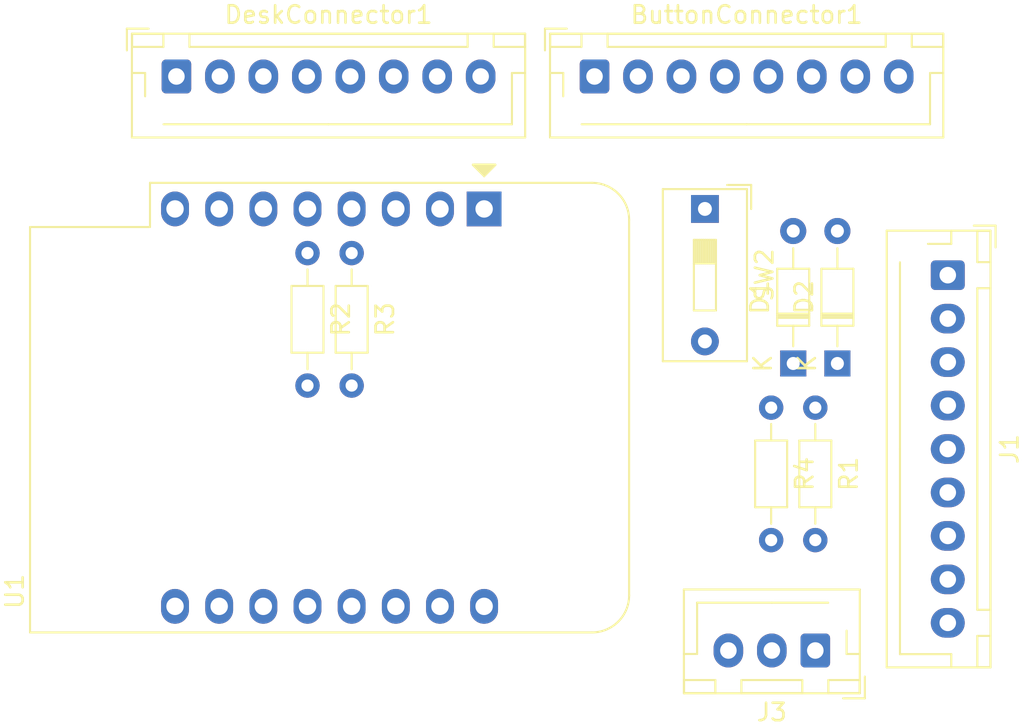
<source format=kicad_pcb>
(kicad_pcb (version 20171130) (host pcbnew 5.1.4+dfsg1-2)

  (general
    (thickness 1.6)
    (drawings 0)
    (tracks 0)
    (zones 0)
    (modules 12)
    (nets 18)
  )

  (page A4)
  (layers
    (0 F.Cu signal)
    (31 B.Cu signal)
    (32 B.Adhes user)
    (33 F.Adhes user)
    (34 B.Paste user)
    (35 F.Paste user)
    (36 B.SilkS user)
    (37 F.SilkS user)
    (38 B.Mask user)
    (39 F.Mask user)
    (40 Dwgs.User user)
    (41 Cmts.User user)
    (42 Eco1.User user)
    (43 Eco2.User user)
    (44 Edge.Cuts user)
    (45 Margin user)
    (46 B.CrtYd user)
    (47 F.CrtYd user)
    (48 B.Fab user)
    (49 F.Fab user)
  )

  (setup
    (last_trace_width 0.25)
    (trace_clearance 0.2)
    (zone_clearance 0.508)
    (zone_45_only no)
    (trace_min 0.2)
    (via_size 0.8)
    (via_drill 0.4)
    (via_min_size 0.4)
    (via_min_drill 0.3)
    (uvia_size 0.3)
    (uvia_drill 0.1)
    (uvias_allowed no)
    (uvia_min_size 0.2)
    (uvia_min_drill 0.1)
    (edge_width 0.05)
    (segment_width 0.2)
    (pcb_text_width 0.3)
    (pcb_text_size 1.5 1.5)
    (mod_edge_width 0.12)
    (mod_text_size 1 1)
    (mod_text_width 0.15)
    (pad_size 1.524 1.524)
    (pad_drill 0.762)
    (pad_to_mask_clearance 0.051)
    (solder_mask_min_width 0.25)
    (aux_axis_origin 0 0)
    (visible_elements FFFFFF7F)
    (pcbplotparams
      (layerselection 0x010fc_ffffffff)
      (usegerberextensions false)
      (usegerberattributes false)
      (usegerberadvancedattributes false)
      (creategerberjobfile false)
      (excludeedgelayer true)
      (linewidth 0.100000)
      (plotframeref false)
      (viasonmask false)
      (mode 1)
      (useauxorigin false)
      (hpglpennumber 1)
      (hpglpenspeed 20)
      (hpglpendiameter 15.000000)
      (psnegative false)
      (psa4output false)
      (plotreference true)
      (plotvalue true)
      (plotinvisibletext false)
      (padsonsilk false)
      (subtractmaskfromsilk false)
      (outputformat 1)
      (mirror false)
      (drillshape 1)
      (scaleselection 1)
      (outputdirectory ""))
  )

  (net 0 "")
  (net 1 /ASSERT_DOWN)
  (net 2 "Net-(D1-Pad1)")
  (net 3 /ASSERT_UP)
  (net 4 +5V)
  (net 5 /TxD)
  (net 6 /RxD)
  (net 7 /CTL_DOWN)
  (net 8 /CTL_UP)
  (net 9 GND)
  (net 10 /5V_SWITCHED)
  (net 11 /BTN_DOWN)
  (net 12 /BTN_UP)
  (net 13 /HS3)
  (net 14 /HS4)
  (net 15 /PowerLED)
  (net 16 /StatusLED)
  (net 17 "Net-(SW2-Pad1)")

  (net_class Default "This is the default net class."
    (clearance 0.2)
    (trace_width 0.25)
    (via_dia 0.8)
    (via_drill 0.4)
    (uvia_dia 0.3)
    (uvia_drill 0.1)
    (add_net +5V)
    (add_net /5V_SWITCHED)
    (add_net /ASSERT_DOWN)
    (add_net /ASSERT_UP)
    (add_net /BTN_DOWN)
    (add_net /BTN_UP)
    (add_net /CTL_DOWN)
    (add_net /CTL_UP)
    (add_net /HS3)
    (add_net /HS4)
    (add_net /PowerLED)
    (add_net /RxD)
    (add_net /StatusLED)
    (add_net /TxD)
    (add_net GND)
    (add_net "Net-(D1-Pad1)")
    (add_net "Net-(SW2-Pad1)")
    (add_net "Net-(U1-Pad1)")
    (add_net "Net-(U1-Pad11)")
    (add_net "Net-(U1-Pad12)")
    (add_net "Net-(U1-Pad15)")
    (add_net "Net-(U1-Pad16)")
    (add_net "Net-(U1-Pad2)")
    (add_net "Net-(U1-Pad3)")
    (add_net "Net-(U1-Pad7)")
    (add_net "Net-(U1-Pad8)")
  )

  (module Connector_JST:JST_XH_B8B-XH-AM_1x08_P2.50mm_Vertical (layer F.Cu) (tedit 5C28146E) (tstamp 5E0A60EA)
    (at 36.91 16.51)
    (descr "JST XH series connector, B8B-XH-AM, with boss (http://www.jst-mfg.com/product/pdf/eng/eXH.pdf), generated with kicad-footprint-generator")
    (tags "connector JST XH vertical boss")
    (path /5E202F0B)
    (fp_text reference DeskConnector1 (at 8.75 -3.55) (layer F.SilkS)
      (effects (font (size 1 1) (thickness 0.15)))
    )
    (fp_text value DIN-7-GND (at 8.75 4.6) (layer F.Fab)
      (effects (font (size 1 1) (thickness 0.15)))
    )
    (fp_text user %R (at 8.75 2.7) (layer F.Fab)
      (effects (font (size 1 1) (thickness 0.15)))
    )
    (fp_line (start -2.85 -2.75) (end -2.85 -1.5) (layer F.SilkS) (width 0.12))
    (fp_line (start -1.6 -2.75) (end -2.85 -2.75) (layer F.SilkS) (width 0.12))
    (fp_line (start 19.3 2.75) (end 8.75 2.75) (layer F.SilkS) (width 0.12))
    (fp_line (start 19.3 -0.2) (end 19.3 2.75) (layer F.SilkS) (width 0.12))
    (fp_line (start 20.05 -0.2) (end 19.3 -0.2) (layer F.SilkS) (width 0.12))
    (fp_line (start 8.75 2.75) (end -0.74 2.75) (layer F.SilkS) (width 0.12))
    (fp_line (start -1.8 -0.2) (end -1.8 1.14) (layer F.SilkS) (width 0.12))
    (fp_line (start -2.55 -0.2) (end -1.8 -0.2) (layer F.SilkS) (width 0.12))
    (fp_line (start 20.05 -2.45) (end 18.25 -2.45) (layer F.SilkS) (width 0.12))
    (fp_line (start 20.05 -1.7) (end 20.05 -2.45) (layer F.SilkS) (width 0.12))
    (fp_line (start 18.25 -1.7) (end 20.05 -1.7) (layer F.SilkS) (width 0.12))
    (fp_line (start 18.25 -2.45) (end 18.25 -1.7) (layer F.SilkS) (width 0.12))
    (fp_line (start -0.75 -2.45) (end -2.55 -2.45) (layer F.SilkS) (width 0.12))
    (fp_line (start -0.75 -1.7) (end -0.75 -2.45) (layer F.SilkS) (width 0.12))
    (fp_line (start -2.55 -1.7) (end -0.75 -1.7) (layer F.SilkS) (width 0.12))
    (fp_line (start -2.55 -2.45) (end -2.55 -1.7) (layer F.SilkS) (width 0.12))
    (fp_line (start 16.75 -2.45) (end 0.75 -2.45) (layer F.SilkS) (width 0.12))
    (fp_line (start 16.75 -1.7) (end 16.75 -2.45) (layer F.SilkS) (width 0.12))
    (fp_line (start 0.75 -1.7) (end 16.75 -1.7) (layer F.SilkS) (width 0.12))
    (fp_line (start 0.75 -2.45) (end 0.75 -1.7) (layer F.SilkS) (width 0.12))
    (fp_line (start 0 -1.35) (end 0.625 -2.35) (layer F.Fab) (width 0.1))
    (fp_line (start -0.625 -2.35) (end 0 -1.35) (layer F.Fab) (width 0.1))
    (fp_line (start 20.45 -2.85) (end -2.95 -2.85) (layer F.CrtYd) (width 0.05))
    (fp_line (start 20.45 3.9) (end 20.45 -2.85) (layer F.CrtYd) (width 0.05))
    (fp_line (start -2.95 3.9) (end 20.45 3.9) (layer F.CrtYd) (width 0.05))
    (fp_line (start -2.95 -2.85) (end -2.95 3.9) (layer F.CrtYd) (width 0.05))
    (fp_line (start 20.06 -2.46) (end -2.56 -2.46) (layer F.SilkS) (width 0.12))
    (fp_line (start 20.06 3.51) (end 20.06 -2.46) (layer F.SilkS) (width 0.12))
    (fp_line (start -2.56 3.51) (end 20.06 3.51) (layer F.SilkS) (width 0.12))
    (fp_line (start -2.56 -2.46) (end -2.56 3.51) (layer F.SilkS) (width 0.12))
    (fp_line (start 19.95 -2.35) (end -2.45 -2.35) (layer F.Fab) (width 0.1))
    (fp_line (start 19.95 3.4) (end 19.95 -2.35) (layer F.Fab) (width 0.1))
    (fp_line (start -2.45 3.4) (end 19.95 3.4) (layer F.Fab) (width 0.1))
    (fp_line (start -2.45 -2.35) (end -2.45 3.4) (layer F.Fab) (width 0.1))
    (pad "" np_thru_hole circle (at -1.6 2) (size 1.2 1.2) (drill 1.2) (layers *.Cu *.Mask))
    (pad 8 thru_hole oval (at 17.5 0) (size 1.7 1.95) (drill 0.95) (layers *.Cu *.Mask)
      (net 9 GND))
    (pad 7 thru_hole oval (at 15 0) (size 1.7 1.95) (drill 0.95) (layers *.Cu *.Mask)
      (net 4 +5V))
    (pad 6 thru_hole oval (at 12.5 0) (size 1.7 1.95) (drill 0.95) (layers *.Cu *.Mask)
      (net 5 /TxD))
    (pad 5 thru_hole oval (at 10 0) (size 1.7 1.95) (drill 0.95) (layers *.Cu *.Mask)
      (net 7 /CTL_DOWN))
    (pad 4 thru_hole oval (at 7.5 0) (size 1.7 1.95) (drill 0.95) (layers *.Cu *.Mask)
      (net 13 /HS3))
    (pad 3 thru_hole oval (at 5 0) (size 1.7 1.95) (drill 0.95) (layers *.Cu *.Mask)
      (net 8 /CTL_UP))
    (pad 2 thru_hole oval (at 2.5 0) (size 1.7 1.95) (drill 0.95) (layers *.Cu *.Mask)
      (net 14 /HS4))
    (pad 1 thru_hole roundrect (at 0 0) (size 1.7 1.95) (drill 0.95) (layers *.Cu *.Mask) (roundrect_rratio 0.147059)
      (net 6 /RxD))
    (model ${KISYS3DMOD}/Connector_JST.3dshapes/JST_XH_B8B-XH-AM_1x08_P2.50mm_Vertical.wrl
      (at (xyz 0 0 0))
      (scale (xyz 1 1 1))
      (rotate (xyz 0 0 0))
    )
  )

  (module Connector_JST:JST_XH_B8B-XH-AM_1x08_P2.50mm_Vertical (layer F.Cu) (tedit 5C28146E) (tstamp 5E0FC508)
    (at 60.96 16.51)
    (descr "JST XH series connector, B8B-XH-AM, with boss (http://www.jst-mfg.com/product/pdf/eng/eXH.pdf), generated with kicad-footprint-generator")
    (tags "connector JST XH vertical boss")
    (path /5E1FFD15)
    (fp_text reference ButtonConnector1 (at 8.75 -3.55) (layer F.SilkS)
      (effects (font (size 1 1) (thickness 0.15)))
    )
    (fp_text value DIN-7-GND (at 8.75 4.6) (layer F.Fab)
      (effects (font (size 1 1) (thickness 0.15)))
    )
    (fp_text user %R (at 8.75 2.7) (layer F.Fab)
      (effects (font (size 1 1) (thickness 0.15)))
    )
    (fp_line (start -2.85 -2.75) (end -2.85 -1.5) (layer F.SilkS) (width 0.12))
    (fp_line (start -1.6 -2.75) (end -2.85 -2.75) (layer F.SilkS) (width 0.12))
    (fp_line (start 19.3 2.75) (end 8.75 2.75) (layer F.SilkS) (width 0.12))
    (fp_line (start 19.3 -0.2) (end 19.3 2.75) (layer F.SilkS) (width 0.12))
    (fp_line (start 20.05 -0.2) (end 19.3 -0.2) (layer F.SilkS) (width 0.12))
    (fp_line (start 8.75 2.75) (end -0.74 2.75) (layer F.SilkS) (width 0.12))
    (fp_line (start -1.8 -0.2) (end -1.8 1.14) (layer F.SilkS) (width 0.12))
    (fp_line (start -2.55 -0.2) (end -1.8 -0.2) (layer F.SilkS) (width 0.12))
    (fp_line (start 20.05 -2.45) (end 18.25 -2.45) (layer F.SilkS) (width 0.12))
    (fp_line (start 20.05 -1.7) (end 20.05 -2.45) (layer F.SilkS) (width 0.12))
    (fp_line (start 18.25 -1.7) (end 20.05 -1.7) (layer F.SilkS) (width 0.12))
    (fp_line (start 18.25 -2.45) (end 18.25 -1.7) (layer F.SilkS) (width 0.12))
    (fp_line (start -0.75 -2.45) (end -2.55 -2.45) (layer F.SilkS) (width 0.12))
    (fp_line (start -0.75 -1.7) (end -0.75 -2.45) (layer F.SilkS) (width 0.12))
    (fp_line (start -2.55 -1.7) (end -0.75 -1.7) (layer F.SilkS) (width 0.12))
    (fp_line (start -2.55 -2.45) (end -2.55 -1.7) (layer F.SilkS) (width 0.12))
    (fp_line (start 16.75 -2.45) (end 0.75 -2.45) (layer F.SilkS) (width 0.12))
    (fp_line (start 16.75 -1.7) (end 16.75 -2.45) (layer F.SilkS) (width 0.12))
    (fp_line (start 0.75 -1.7) (end 16.75 -1.7) (layer F.SilkS) (width 0.12))
    (fp_line (start 0.75 -2.45) (end 0.75 -1.7) (layer F.SilkS) (width 0.12))
    (fp_line (start 0 -1.35) (end 0.625 -2.35) (layer F.Fab) (width 0.1))
    (fp_line (start -0.625 -2.35) (end 0 -1.35) (layer F.Fab) (width 0.1))
    (fp_line (start 20.45 -2.85) (end -2.95 -2.85) (layer F.CrtYd) (width 0.05))
    (fp_line (start 20.45 3.9) (end 20.45 -2.85) (layer F.CrtYd) (width 0.05))
    (fp_line (start -2.95 3.9) (end 20.45 3.9) (layer F.CrtYd) (width 0.05))
    (fp_line (start -2.95 -2.85) (end -2.95 3.9) (layer F.CrtYd) (width 0.05))
    (fp_line (start 20.06 -2.46) (end -2.56 -2.46) (layer F.SilkS) (width 0.12))
    (fp_line (start 20.06 3.51) (end 20.06 -2.46) (layer F.SilkS) (width 0.12))
    (fp_line (start -2.56 3.51) (end 20.06 3.51) (layer F.SilkS) (width 0.12))
    (fp_line (start -2.56 -2.46) (end -2.56 3.51) (layer F.SilkS) (width 0.12))
    (fp_line (start 19.95 -2.35) (end -2.45 -2.35) (layer F.Fab) (width 0.1))
    (fp_line (start 19.95 3.4) (end 19.95 -2.35) (layer F.Fab) (width 0.1))
    (fp_line (start -2.45 3.4) (end 19.95 3.4) (layer F.Fab) (width 0.1))
    (fp_line (start -2.45 -2.35) (end -2.45 3.4) (layer F.Fab) (width 0.1))
    (pad "" np_thru_hole circle (at -1.6 2) (size 1.2 1.2) (drill 1.2) (layers *.Cu *.Mask))
    (pad 8 thru_hole oval (at 17.5 0) (size 1.7 1.95) (drill 0.95) (layers *.Cu *.Mask)
      (net 9 GND))
    (pad 7 thru_hole oval (at 15 0) (size 1.7 1.95) (drill 0.95) (layers *.Cu *.Mask)
      (net 4 +5V))
    (pad 6 thru_hole oval (at 12.5 0) (size 1.7 1.95) (drill 0.95) (layers *.Cu *.Mask)
      (net 5 /TxD))
    (pad 5 thru_hole oval (at 10 0) (size 1.7 1.95) (drill 0.95) (layers *.Cu *.Mask)
      (net 11 /BTN_DOWN))
    (pad 4 thru_hole oval (at 7.5 0) (size 1.7 1.95) (drill 0.95) (layers *.Cu *.Mask)
      (net 13 /HS3))
    (pad 3 thru_hole oval (at 5 0) (size 1.7 1.95) (drill 0.95) (layers *.Cu *.Mask)
      (net 12 /BTN_UP))
    (pad 2 thru_hole oval (at 2.5 0) (size 1.7 1.95) (drill 0.95) (layers *.Cu *.Mask)
      (net 14 /HS4))
    (pad 1 thru_hole roundrect (at 0 0) (size 1.7 1.95) (drill 0.95) (layers *.Cu *.Mask) (roundrect_rratio 0.147059)
      (net 6 /RxD))
    (model ${KISYS3DMOD}/Connector_JST.3dshapes/JST_XH_B8B-XH-AM_1x08_P2.50mm_Vertical.wrl
      (at (xyz 0 0 0))
      (scale (xyz 1 1 1))
      (rotate (xyz 0 0 0))
    )
  )

  (module Button_Switch_THT:SW_DIP_SPSTx01_Slide_9.78x4.72mm_W7.62mm_P2.54mm (layer F.Cu) (tedit 5A4E1404) (tstamp 5E0AA36A)
    (at 67.31 24.13 270)
    (descr "1x-dip-switch SPST , Slide, row spacing 7.62 mm (300 mils), body size 9.78x4.72mm (see e.g. https://www.ctscorp.com/wp-content/uploads/206-208.pdf)")
    (tags "DIP Switch SPST Slide 7.62mm 300mil")
    (path /5E1DA6F9)
    (fp_text reference SW2 (at 3.81 -3.42 90) (layer F.SilkS)
      (effects (font (size 1 1) (thickness 0.15)))
    )
    (fp_text value SW_DIP_x01 (at 3.81 3.42 90) (layer F.Fab)
      (effects (font (size 1 1) (thickness 0.15)))
    )
    (fp_text user on (at 5.365 -1.4975 90) (layer F.Fab)
      (effects (font (size 0.6 0.6) (thickness 0.09)))
    )
    (fp_text user %R (at 7.27 0) (layer F.Fab)
      (effects (font (size 0.6 0.6) (thickness 0.09)))
    )
    (fp_line (start 8.95 -2.7) (end -1.35 -2.7) (layer F.CrtYd) (width 0.05))
    (fp_line (start 8.95 2.7) (end 8.95 -2.7) (layer F.CrtYd) (width 0.05))
    (fp_line (start -1.35 2.7) (end 8.95 2.7) (layer F.CrtYd) (width 0.05))
    (fp_line (start -1.35 -2.7) (end -1.35 2.7) (layer F.CrtYd) (width 0.05))
    (fp_line (start 3.133333 -0.635) (end 3.133333 0.635) (layer F.SilkS) (width 0.12))
    (fp_line (start 1.78 0.565) (end 3.133333 0.565) (layer F.SilkS) (width 0.12))
    (fp_line (start 1.78 0.445) (end 3.133333 0.445) (layer F.SilkS) (width 0.12))
    (fp_line (start 1.78 0.325) (end 3.133333 0.325) (layer F.SilkS) (width 0.12))
    (fp_line (start 1.78 0.205) (end 3.133333 0.205) (layer F.SilkS) (width 0.12))
    (fp_line (start 1.78 0.085) (end 3.133333 0.085) (layer F.SilkS) (width 0.12))
    (fp_line (start 1.78 -0.035) (end 3.133333 -0.035) (layer F.SilkS) (width 0.12))
    (fp_line (start 1.78 -0.155) (end 3.133333 -0.155) (layer F.SilkS) (width 0.12))
    (fp_line (start 1.78 -0.275) (end 3.133333 -0.275) (layer F.SilkS) (width 0.12))
    (fp_line (start 1.78 -0.395) (end 3.133333 -0.395) (layer F.SilkS) (width 0.12))
    (fp_line (start 1.78 -0.515) (end 3.133333 -0.515) (layer F.SilkS) (width 0.12))
    (fp_line (start 5.84 -0.635) (end 1.78 -0.635) (layer F.SilkS) (width 0.12))
    (fp_line (start 5.84 0.635) (end 5.84 -0.635) (layer F.SilkS) (width 0.12))
    (fp_line (start 1.78 0.635) (end 5.84 0.635) (layer F.SilkS) (width 0.12))
    (fp_line (start 1.78 -0.635) (end 1.78 0.635) (layer F.SilkS) (width 0.12))
    (fp_line (start -1.38 -2.66) (end -1.38 -1.277) (layer F.SilkS) (width 0.12))
    (fp_line (start -1.38 -2.66) (end 0.004 -2.66) (layer F.SilkS) (width 0.12))
    (fp_line (start 8.76 -2.42) (end 8.76 2.42) (layer F.SilkS) (width 0.12))
    (fp_line (start -1.14 -2.42) (end -1.14 2.42) (layer F.SilkS) (width 0.12))
    (fp_line (start -1.14 2.42) (end 8.76 2.42) (layer F.SilkS) (width 0.12))
    (fp_line (start -1.14 -2.42) (end 8.76 -2.42) (layer F.SilkS) (width 0.12))
    (fp_line (start 3.133333 -0.635) (end 3.133333 0.635) (layer F.Fab) (width 0.1))
    (fp_line (start 1.78 0.565) (end 3.133333 0.565) (layer F.Fab) (width 0.1))
    (fp_line (start 1.78 0.465) (end 3.133333 0.465) (layer F.Fab) (width 0.1))
    (fp_line (start 1.78 0.365) (end 3.133333 0.365) (layer F.Fab) (width 0.1))
    (fp_line (start 1.78 0.265) (end 3.133333 0.265) (layer F.Fab) (width 0.1))
    (fp_line (start 1.78 0.165) (end 3.133333 0.165) (layer F.Fab) (width 0.1))
    (fp_line (start 1.78 0.065) (end 3.133333 0.065) (layer F.Fab) (width 0.1))
    (fp_line (start 1.78 -0.035) (end 3.133333 -0.035) (layer F.Fab) (width 0.1))
    (fp_line (start 1.78 -0.135) (end 3.133333 -0.135) (layer F.Fab) (width 0.1))
    (fp_line (start 1.78 -0.235) (end 3.133333 -0.235) (layer F.Fab) (width 0.1))
    (fp_line (start 1.78 -0.335) (end 3.133333 -0.335) (layer F.Fab) (width 0.1))
    (fp_line (start 1.78 -0.435) (end 3.133333 -0.435) (layer F.Fab) (width 0.1))
    (fp_line (start 1.78 -0.535) (end 3.133333 -0.535) (layer F.Fab) (width 0.1))
    (fp_line (start 5.84 -0.635) (end 1.78 -0.635) (layer F.Fab) (width 0.1))
    (fp_line (start 5.84 0.635) (end 5.84 -0.635) (layer F.Fab) (width 0.1))
    (fp_line (start 1.78 0.635) (end 5.84 0.635) (layer F.Fab) (width 0.1))
    (fp_line (start 1.78 -0.635) (end 1.78 0.635) (layer F.Fab) (width 0.1))
    (fp_line (start -1.08 -1.36) (end -0.08 -2.36) (layer F.Fab) (width 0.1))
    (fp_line (start -1.08 2.36) (end -1.08 -1.36) (layer F.Fab) (width 0.1))
    (fp_line (start 8.7 2.36) (end -1.08 2.36) (layer F.Fab) (width 0.1))
    (fp_line (start 8.7 -2.36) (end 8.7 2.36) (layer F.Fab) (width 0.1))
    (fp_line (start -0.08 -2.36) (end 8.7 -2.36) (layer F.Fab) (width 0.1))
    (pad 2 thru_hole oval (at 7.62 0 270) (size 1.6 1.6) (drill 0.8) (layers *.Cu *.Mask)
      (net 10 /5V_SWITCHED))
    (pad 1 thru_hole rect (at 0 0 270) (size 1.6 1.6) (drill 0.8) (layers *.Cu *.Mask)
      (net 17 "Net-(SW2-Pad1)"))
    (model ${KISYS3DMOD}/Button_Switch_THT.3dshapes/SW_DIP_SPSTx01_Slide_9.78x4.72mm_W7.62mm_P2.54mm.wrl
      (at (xyz 0 0 0))
      (scale (xyz 1 1 1))
      (rotate (xyz 0 0 90))
    )
  )

  (module Diode_THT:D_DO-34_SOD68_P7.62mm_Horizontal (layer F.Cu) (tedit 5AE50CD5) (tstamp 5E0A7E21)
    (at 74.93 33.02 90)
    (descr "Diode, DO-34_SOD68 series, Axial, Horizontal, pin pitch=7.62mm, , length*diameter=3.04*1.6mm^2, , https://www.nxp.com/docs/en/data-sheet/KTY83_SER.pdf")
    (tags "Diode DO-34_SOD68 series Axial Horizontal pin pitch 7.62mm  length 3.04mm diameter 1.6mm")
    (path /5DF7A96C)
    (fp_text reference D2 (at 3.81 -1.92 90) (layer F.SilkS)
      (effects (font (size 1 1) (thickness 0.15)))
    )
    (fp_text value D (at 3.81 1.92 90) (layer F.Fab)
      (effects (font (size 1 1) (thickness 0.15)))
    )
    (fp_text user K (at 0 -1.75 90) (layer F.SilkS)
      (effects (font (size 1 1) (thickness 0.15)))
    )
    (fp_text user K (at 0 -1.75 90) (layer F.Fab)
      (effects (font (size 1 1) (thickness 0.15)))
    )
    (fp_text user %R (at 4.038 0 90) (layer F.Fab)
      (effects (font (size 0.608 0.608) (thickness 0.0912)))
    )
    (fp_line (start 8.63 -1.05) (end -1 -1.05) (layer F.CrtYd) (width 0.05))
    (fp_line (start 8.63 1.05) (end 8.63 -1.05) (layer F.CrtYd) (width 0.05))
    (fp_line (start -1 1.05) (end 8.63 1.05) (layer F.CrtYd) (width 0.05))
    (fp_line (start -1 -1.05) (end -1 1.05) (layer F.CrtYd) (width 0.05))
    (fp_line (start 2.626 -0.92) (end 2.626 0.92) (layer F.SilkS) (width 0.12))
    (fp_line (start 2.866 -0.92) (end 2.866 0.92) (layer F.SilkS) (width 0.12))
    (fp_line (start 2.746 -0.92) (end 2.746 0.92) (layer F.SilkS) (width 0.12))
    (fp_line (start 6.63 0) (end 5.45 0) (layer F.SilkS) (width 0.12))
    (fp_line (start 0.99 0) (end 2.17 0) (layer F.SilkS) (width 0.12))
    (fp_line (start 5.45 -0.92) (end 2.17 -0.92) (layer F.SilkS) (width 0.12))
    (fp_line (start 5.45 0.92) (end 5.45 -0.92) (layer F.SilkS) (width 0.12))
    (fp_line (start 2.17 0.92) (end 5.45 0.92) (layer F.SilkS) (width 0.12))
    (fp_line (start 2.17 -0.92) (end 2.17 0.92) (layer F.SilkS) (width 0.12))
    (fp_line (start 2.646 -0.8) (end 2.646 0.8) (layer F.Fab) (width 0.1))
    (fp_line (start 2.846 -0.8) (end 2.846 0.8) (layer F.Fab) (width 0.1))
    (fp_line (start 2.746 -0.8) (end 2.746 0.8) (layer F.Fab) (width 0.1))
    (fp_line (start 7.62 0) (end 5.33 0) (layer F.Fab) (width 0.1))
    (fp_line (start 0 0) (end 2.29 0) (layer F.Fab) (width 0.1))
    (fp_line (start 5.33 -0.8) (end 2.29 -0.8) (layer F.Fab) (width 0.1))
    (fp_line (start 5.33 0.8) (end 5.33 -0.8) (layer F.Fab) (width 0.1))
    (fp_line (start 2.29 0.8) (end 5.33 0.8) (layer F.Fab) (width 0.1))
    (fp_line (start 2.29 -0.8) (end 2.29 0.8) (layer F.Fab) (width 0.1))
    (pad 2 thru_hole oval (at 7.62 0 90) (size 1.5 1.5) (drill 0.75) (layers *.Cu *.Mask)
      (net 1 /ASSERT_DOWN))
    (pad 1 thru_hole rect (at 0 0 90) (size 1.5 1.5) (drill 0.75) (layers *.Cu *.Mask)
      (net 2 "Net-(D1-Pad1)"))
    (model ${KISYS3DMOD}/Diode_THT.3dshapes/D_DO-34_SOD68_P7.62mm_Horizontal.wrl
      (at (xyz 0 0 0))
      (scale (xyz 1 1 1))
      (rotate (xyz 0 0 0))
    )
  )

  (module Diode_THT:D_DO-34_SOD68_P7.62mm_Horizontal (layer F.Cu) (tedit 5AE50CD5) (tstamp 5E0A7DC7)
    (at 72.39 33.02 90)
    (descr "Diode, DO-34_SOD68 series, Axial, Horizontal, pin pitch=7.62mm, , length*diameter=3.04*1.6mm^2, , https://www.nxp.com/docs/en/data-sheet/KTY83_SER.pdf")
    (tags "Diode DO-34_SOD68 series Axial Horizontal pin pitch 7.62mm  length 3.04mm diameter 1.6mm")
    (path /5DF7A972)
    (fp_text reference D1 (at 3.81 -1.92 90) (layer F.SilkS)
      (effects (font (size 1 1) (thickness 0.15)))
    )
    (fp_text value D (at 3.81 1.92 90) (layer F.Fab)
      (effects (font (size 1 1) (thickness 0.15)))
    )
    (fp_text user K (at 0 -1.75 90) (layer F.SilkS)
      (effects (font (size 1 1) (thickness 0.15)))
    )
    (fp_text user K (at 0 -1.75 90) (layer F.Fab)
      (effects (font (size 1 1) (thickness 0.15)))
    )
    (fp_text user %R (at 4.038 0 90) (layer F.Fab)
      (effects (font (size 0.608 0.608) (thickness 0.0912)))
    )
    (fp_line (start 8.63 -1.05) (end -1 -1.05) (layer F.CrtYd) (width 0.05))
    (fp_line (start 8.63 1.05) (end 8.63 -1.05) (layer F.CrtYd) (width 0.05))
    (fp_line (start -1 1.05) (end 8.63 1.05) (layer F.CrtYd) (width 0.05))
    (fp_line (start -1 -1.05) (end -1 1.05) (layer F.CrtYd) (width 0.05))
    (fp_line (start 2.626 -0.92) (end 2.626 0.92) (layer F.SilkS) (width 0.12))
    (fp_line (start 2.866 -0.92) (end 2.866 0.92) (layer F.SilkS) (width 0.12))
    (fp_line (start 2.746 -0.92) (end 2.746 0.92) (layer F.SilkS) (width 0.12))
    (fp_line (start 6.63 0) (end 5.45 0) (layer F.SilkS) (width 0.12))
    (fp_line (start 0.99 0) (end 2.17 0) (layer F.SilkS) (width 0.12))
    (fp_line (start 5.45 -0.92) (end 2.17 -0.92) (layer F.SilkS) (width 0.12))
    (fp_line (start 5.45 0.92) (end 5.45 -0.92) (layer F.SilkS) (width 0.12))
    (fp_line (start 2.17 0.92) (end 5.45 0.92) (layer F.SilkS) (width 0.12))
    (fp_line (start 2.17 -0.92) (end 2.17 0.92) (layer F.SilkS) (width 0.12))
    (fp_line (start 2.646 -0.8) (end 2.646 0.8) (layer F.Fab) (width 0.1))
    (fp_line (start 2.846 -0.8) (end 2.846 0.8) (layer F.Fab) (width 0.1))
    (fp_line (start 2.746 -0.8) (end 2.746 0.8) (layer F.Fab) (width 0.1))
    (fp_line (start 7.62 0) (end 5.33 0) (layer F.Fab) (width 0.1))
    (fp_line (start 0 0) (end 2.29 0) (layer F.Fab) (width 0.1))
    (fp_line (start 5.33 -0.8) (end 2.29 -0.8) (layer F.Fab) (width 0.1))
    (fp_line (start 5.33 0.8) (end 5.33 -0.8) (layer F.Fab) (width 0.1))
    (fp_line (start 2.29 0.8) (end 5.33 0.8) (layer F.Fab) (width 0.1))
    (fp_line (start 2.29 -0.8) (end 2.29 0.8) (layer F.Fab) (width 0.1))
    (pad 2 thru_hole oval (at 7.62 0 90) (size 1.5 1.5) (drill 0.75) (layers *.Cu *.Mask)
      (net 3 /ASSERT_UP))
    (pad 1 thru_hole rect (at 0 0 90) (size 1.5 1.5) (drill 0.75) (layers *.Cu *.Mask)
      (net 2 "Net-(D1-Pad1)"))
    (model ${KISYS3DMOD}/Diode_THT.3dshapes/D_DO-34_SOD68_P7.62mm_Horizontal.wrl
      (at (xyz 0 0 0))
      (scale (xyz 1 1 1))
      (rotate (xyz 0 0 0))
    )
  )

  (module Connector_JST:JST_XH_B3B-XH-AM_1x03_P2.50mm_Vertical (layer F.Cu) (tedit 5C28146E) (tstamp 5E0A78F7)
    (at 73.66 49.53 180)
    (descr "JST XH series connector, B3B-XH-AM, with boss (http://www.jst-mfg.com/product/pdf/eng/eXH.pdf), generated with kicad-footprint-generator")
    (tags "connector JST XH vertical boss")
    (path /5E16A0F6)
    (fp_text reference J3 (at 2.5 -3.55) (layer F.SilkS)
      (effects (font (size 1 1) (thickness 0.15)))
    )
    (fp_text value Conn_01x03 (at 2.5 4.6) (layer F.Fab)
      (effects (font (size 1 1) (thickness 0.15)))
    )
    (fp_text user %R (at 2.5 2.7) (layer F.Fab)
      (effects (font (size 1 1) (thickness 0.15)))
    )
    (fp_line (start -2.85 -2.75) (end -2.85 -1.5) (layer F.SilkS) (width 0.12))
    (fp_line (start -1.6 -2.75) (end -2.85 -2.75) (layer F.SilkS) (width 0.12))
    (fp_line (start 6.8 2.75) (end 2.5 2.75) (layer F.SilkS) (width 0.12))
    (fp_line (start 6.8 -0.2) (end 6.8 2.75) (layer F.SilkS) (width 0.12))
    (fp_line (start 7.55 -0.2) (end 6.8 -0.2) (layer F.SilkS) (width 0.12))
    (fp_line (start 2.5 2.75) (end -0.74 2.75) (layer F.SilkS) (width 0.12))
    (fp_line (start -1.8 -0.2) (end -1.8 1.14) (layer F.SilkS) (width 0.12))
    (fp_line (start -2.55 -0.2) (end -1.8 -0.2) (layer F.SilkS) (width 0.12))
    (fp_line (start 7.55 -2.45) (end 5.75 -2.45) (layer F.SilkS) (width 0.12))
    (fp_line (start 7.55 -1.7) (end 7.55 -2.45) (layer F.SilkS) (width 0.12))
    (fp_line (start 5.75 -1.7) (end 7.55 -1.7) (layer F.SilkS) (width 0.12))
    (fp_line (start 5.75 -2.45) (end 5.75 -1.7) (layer F.SilkS) (width 0.12))
    (fp_line (start -0.75 -2.45) (end -2.55 -2.45) (layer F.SilkS) (width 0.12))
    (fp_line (start -0.75 -1.7) (end -0.75 -2.45) (layer F.SilkS) (width 0.12))
    (fp_line (start -2.55 -1.7) (end -0.75 -1.7) (layer F.SilkS) (width 0.12))
    (fp_line (start -2.55 -2.45) (end -2.55 -1.7) (layer F.SilkS) (width 0.12))
    (fp_line (start 4.25 -2.45) (end 0.75 -2.45) (layer F.SilkS) (width 0.12))
    (fp_line (start 4.25 -1.7) (end 4.25 -2.45) (layer F.SilkS) (width 0.12))
    (fp_line (start 0.75 -1.7) (end 4.25 -1.7) (layer F.SilkS) (width 0.12))
    (fp_line (start 0.75 -2.45) (end 0.75 -1.7) (layer F.SilkS) (width 0.12))
    (fp_line (start 0 -1.35) (end 0.625 -2.35) (layer F.Fab) (width 0.1))
    (fp_line (start -0.625 -2.35) (end 0 -1.35) (layer F.Fab) (width 0.1))
    (fp_line (start 7.95 -2.85) (end -2.95 -2.85) (layer F.CrtYd) (width 0.05))
    (fp_line (start 7.95 3.9) (end 7.95 -2.85) (layer F.CrtYd) (width 0.05))
    (fp_line (start -2.95 3.9) (end 7.95 3.9) (layer F.CrtYd) (width 0.05))
    (fp_line (start -2.95 -2.85) (end -2.95 3.9) (layer F.CrtYd) (width 0.05))
    (fp_line (start 7.56 -2.46) (end -2.56 -2.46) (layer F.SilkS) (width 0.12))
    (fp_line (start 7.56 3.51) (end 7.56 -2.46) (layer F.SilkS) (width 0.12))
    (fp_line (start -2.56 3.51) (end 7.56 3.51) (layer F.SilkS) (width 0.12))
    (fp_line (start -2.56 -2.46) (end -2.56 3.51) (layer F.SilkS) (width 0.12))
    (fp_line (start 7.45 -2.35) (end -2.45 -2.35) (layer F.Fab) (width 0.1))
    (fp_line (start 7.45 3.4) (end 7.45 -2.35) (layer F.Fab) (width 0.1))
    (fp_line (start -2.45 3.4) (end 7.45 3.4) (layer F.Fab) (width 0.1))
    (fp_line (start -2.45 -2.35) (end -2.45 3.4) (layer F.Fab) (width 0.1))
    (pad "" np_thru_hole circle (at -1.6 2 180) (size 1.2 1.2) (drill 1.2) (layers *.Cu *.Mask))
    (pad 3 thru_hole oval (at 5 0 180) (size 1.7 1.95) (drill 0.95) (layers *.Cu *.Mask)
      (net 9 GND))
    (pad 2 thru_hole oval (at 2.5 0 180) (size 1.7 1.95) (drill 0.95) (layers *.Cu *.Mask)
      (net 16 /StatusLED))
    (pad 1 thru_hole roundrect (at 0 0 180) (size 1.7 1.95) (drill 0.95) (layers *.Cu *.Mask) (roundrect_rratio 0.147059)
      (net 15 /PowerLED))
    (model ${KISYS3DMOD}/Connector_JST.3dshapes/JST_XH_B3B-XH-AM_1x03_P2.50mm_Vertical.wrl
      (at (xyz 0 0 0))
      (scale (xyz 1 1 1))
      (rotate (xyz 0 0 0))
    )
  )

  (module Module:WEMOS_D1_mini_light (layer F.Cu) (tedit 5BBFB1CE) (tstamp 5E0A6DCB)
    (at 54.61 24.13 270)
    (descr "16-pin module, column spacing 22.86 mm (900 mils), https://wiki.wemos.cc/products:d1:d1_mini, https://c1.staticflickr.com/1/734/31400410271_f278b087db_z.jpg")
    (tags "ESP8266 WiFi microcontroller")
    (path /5DF7A953)
    (fp_text reference U1 (at 22 27 90) (layer F.SilkS)
      (effects (font (size 1 1) (thickness 0.15)))
    )
    (fp_text value WeMos_D1_mini (at 11.7 0 90) (layer F.Fab)
      (effects (font (size 1 1) (thickness 0.15)))
    )
    (fp_text user "No copper" (at 11.43 -3.81 90) (layer Cmts.User)
      (effects (font (size 1 1) (thickness 0.15)))
    )
    (fp_text user "KEEP OUT" (at 11.43 -6.35 90) (layer Cmts.User)
      (effects (font (size 1 1) (thickness 0.15)))
    )
    (fp_arc (start 22.23 -6.21) (end 24.36 -6.21) (angle -90) (layer F.SilkS) (width 0.12))
    (fp_arc (start 0.63 -6.21) (end 0.63 -8.34) (angle -90) (layer F.SilkS) (width 0.12))
    (fp_line (start 1.04 19.22) (end 1.04 26.12) (layer F.SilkS) (width 0.12))
    (fp_line (start -1.5 19.22) (end 1.04 19.22) (layer F.SilkS) (width 0.12))
    (fp_arc (start 22.23 -6.21) (end 24.23 -6.19) (angle -90) (layer F.Fab) (width 0.1))
    (fp_arc (start 0.63 -6.21) (end 0.63 -8.21) (angle -90) (layer F.Fab) (width 0.1))
    (fp_line (start -0.37 0) (end -1.37 -1) (layer F.Fab) (width 0.1))
    (fp_line (start -1.37 1) (end -0.37 0) (layer F.Fab) (width 0.1))
    (fp_line (start -1.37 -6.21) (end -1.37 -1) (layer F.Fab) (width 0.1))
    (fp_line (start 1.17 19.09) (end 1.17 25.99) (layer F.Fab) (width 0.1))
    (fp_line (start -1.37 19.09) (end 1.17 19.09) (layer F.Fab) (width 0.1))
    (fp_line (start -1.35 -7.4) (end -0.55 -8.2) (layer Dwgs.User) (width 0.1))
    (fp_line (start -1.3 -5.45) (end 1.45 -8.2) (layer Dwgs.User) (width 0.1))
    (fp_line (start -1.35 -3.4) (end 3.45 -8.2) (layer Dwgs.User) (width 0.1))
    (fp_line (start 22.65 -1.4) (end 24.25 -3) (layer Dwgs.User) (width 0.1))
    (fp_line (start 20.65 -1.4) (end 24.25 -5) (layer Dwgs.User) (width 0.1))
    (fp_line (start 18.65 -1.4) (end 24.25 -7) (layer Dwgs.User) (width 0.1))
    (fp_line (start 16.65 -1.4) (end 23.45 -8.2) (layer Dwgs.User) (width 0.1))
    (fp_line (start 14.65 -1.4) (end 21.45 -8.2) (layer Dwgs.User) (width 0.1))
    (fp_line (start 12.65 -1.4) (end 19.45 -8.2) (layer Dwgs.User) (width 0.1))
    (fp_line (start 10.65 -1.4) (end 17.45 -8.2) (layer Dwgs.User) (width 0.1))
    (fp_line (start 8.65 -1.4) (end 15.45 -8.2) (layer Dwgs.User) (width 0.1))
    (fp_line (start 6.65 -1.4) (end 13.45 -8.2) (layer Dwgs.User) (width 0.1))
    (fp_line (start 4.65 -1.4) (end 11.45 -8.2) (layer Dwgs.User) (width 0.1))
    (fp_line (start 2.65 -1.4) (end 9.45 -8.2) (layer Dwgs.User) (width 0.1))
    (fp_line (start 0.65 -1.4) (end 7.45 -8.2) (layer Dwgs.User) (width 0.1))
    (fp_line (start -1.35 -1.4) (end 5.45 -8.2) (layer Dwgs.User) (width 0.1))
    (fp_line (start -1.35 -8.2) (end -1.35 -1.4) (layer Dwgs.User) (width 0.1))
    (fp_line (start 24.25 -8.2) (end -1.35 -8.2) (layer Dwgs.User) (width 0.1))
    (fp_line (start 24.25 -1.4) (end 24.25 -8.2) (layer Dwgs.User) (width 0.1))
    (fp_line (start -1.35 -1.4) (end 24.25 -1.4) (layer Dwgs.User) (width 0.1))
    (fp_poly (pts (xy -2.54 -0.635) (xy -2.54 0.635) (xy -1.905 0)) (layer F.SilkS) (width 0.15))
    (fp_line (start -1.62 26.24) (end -1.62 -8.46) (layer F.CrtYd) (width 0.05))
    (fp_line (start 24.48 26.24) (end -1.62 26.24) (layer F.CrtYd) (width 0.05))
    (fp_line (start 24.48 -8.41) (end 24.48 26.24) (layer F.CrtYd) (width 0.05))
    (fp_line (start -1.62 -8.46) (end 24.48 -8.46) (layer F.CrtYd) (width 0.05))
    (fp_text user %R (at 11.43 10 90) (layer F.Fab)
      (effects (font (size 1 1) (thickness 0.15)))
    )
    (fp_line (start -1.37 1) (end -1.37 19.09) (layer F.Fab) (width 0.1))
    (fp_line (start 22.23 -8.21) (end 0.63 -8.21) (layer F.Fab) (width 0.1))
    (fp_line (start 24.23 25.99) (end 24.23 -6.21) (layer F.Fab) (width 0.1))
    (fp_line (start 1.17 25.99) (end 24.23 25.99) (layer F.Fab) (width 0.1))
    (fp_line (start 22.24 -8.34) (end 0.63 -8.34) (layer F.SilkS) (width 0.12))
    (fp_line (start 24.36 26.12) (end 24.36 -6.21) (layer F.SilkS) (width 0.12))
    (fp_line (start -1.5 19.22) (end -1.5 -6.21) (layer F.SilkS) (width 0.12))
    (fp_line (start 1.04 26.12) (end 24.36 26.12) (layer F.SilkS) (width 0.12))
    (pad 16 thru_hole oval (at 22.86 0 270) (size 2 1.6) (drill 1) (layers *.Cu *.Mask))
    (pad 15 thru_hole oval (at 22.86 2.54 270) (size 2 1.6) (drill 1) (layers *.Cu *.Mask))
    (pad 14 thru_hole oval (at 22.86 5.08 270) (size 2 1.6) (drill 1) (layers *.Cu *.Mask)
      (net 3 /ASSERT_UP))
    (pad 13 thru_hole oval (at 22.86 7.62 270) (size 2 1.6) (drill 1) (layers *.Cu *.Mask)
      (net 1 /ASSERT_DOWN))
    (pad 12 thru_hole oval (at 22.86 10.16 270) (size 2 1.6) (drill 1) (layers *.Cu *.Mask))
    (pad 11 thru_hole oval (at 22.86 12.7 270) (size 2 1.6) (drill 1) (layers *.Cu *.Mask))
    (pad 10 thru_hole oval (at 22.86 15.24 270) (size 2 1.6) (drill 1) (layers *.Cu *.Mask)
      (net 9 GND))
    (pad 9 thru_hole oval (at 22.86 17.78 270) (size 2 1.6) (drill 1) (layers *.Cu *.Mask)
      (net 17 "Net-(SW2-Pad1)"))
    (pad 8 thru_hole oval (at 0 17.78 270) (size 2 1.6) (drill 1) (layers *.Cu *.Mask))
    (pad 7 thru_hole oval (at 0 15.24 270) (size 2 1.6) (drill 1) (layers *.Cu *.Mask))
    (pad 6 thru_hole oval (at 0 12.7 270) (size 2 1.6) (drill 1) (layers *.Cu *.Mask)
      (net 5 /TxD))
    (pad 5 thru_hole oval (at 0 10.16 270) (size 2 1.6) (drill 1) (layers *.Cu *.Mask)
      (net 12 /BTN_UP))
    (pad 4 thru_hole oval (at 0 7.62 270) (size 2 1.6) (drill 1) (layers *.Cu *.Mask)
      (net 11 /BTN_DOWN))
    (pad 3 thru_hole oval (at 0 5.08 270) (size 2 1.6) (drill 1) (layers *.Cu *.Mask))
    (pad 1 thru_hole rect (at 0 0 270) (size 2 2) (drill 1) (layers *.Cu *.Mask))
    (pad 2 thru_hole oval (at 0 2.54 270) (size 2 1.6) (drill 1) (layers *.Cu *.Mask))
    (model ${KISYS3DMOD}/Module.3dshapes/WEMOS_D1_mini_light.wrl
      (at (xyz 0 0 0))
      (scale (xyz 1 1 1))
      (rotate (xyz 0 0 0))
    )
    (model ${KISYS3DMOD}/Connector_PinHeader_2.54mm.3dshapes/PinHeader_1x08_P2.54mm_Vertical.wrl
      (offset (xyz 0 0 9.5))
      (scale (xyz 1 1 1))
      (rotate (xyz 0 -180 0))
    )
    (model ${KISYS3DMOD}/Connector_PinHeader_2.54mm.3dshapes/PinHeader_1x08_P2.54mm_Vertical.wrl
      (offset (xyz 22.86 0 9.5))
      (scale (xyz 1 1 1))
      (rotate (xyz 0 -180 0))
    )
    (model ${KISYS3DMOD}/Connector_PinSocket_2.54mm.3dshapes/PinSocket_1x08_P2.54mm_Vertical.wrl
      (at (xyz 0 0 0))
      (scale (xyz 1 1 1))
      (rotate (xyz 0 0 0))
    )
    (model ${KISYS3DMOD}/Connector_PinSocket_2.54mm.3dshapes/PinSocket_1x08_P2.54mm_Vertical.wrl
      (offset (xyz 22.86 0 0))
      (scale (xyz 1 1 1))
      (rotate (xyz 0 0 0))
    )
  )

  (module Resistor_THT:R_Axial_DIN0204_L3.6mm_D1.6mm_P7.62mm_Horizontal (layer F.Cu) (tedit 5AE5139B) (tstamp 5E0A6848)
    (at 71.12 35.56 270)
    (descr "Resistor, Axial_DIN0204 series, Axial, Horizontal, pin pitch=7.62mm, 0.167W, length*diameter=3.6*1.6mm^2, http://cdn-reichelt.de/documents/datenblatt/B400/1_4W%23YAG.pdf")
    (tags "Resistor Axial_DIN0204 series Axial Horizontal pin pitch 7.62mm 0.167W length 3.6mm diameter 1.6mm")
    (path /5DF7A979)
    (fp_text reference R4 (at 3.81 -1.92 90) (layer F.SilkS)
      (effects (font (size 1 1) (thickness 0.15)))
    )
    (fp_text value R (at 3.81 1.92 90) (layer F.Fab)
      (effects (font (size 1 1) (thickness 0.15)))
    )
    (fp_text user %R (at 3.81 0 90) (layer F.Fab)
      (effects (font (size 0.72 0.72) (thickness 0.108)))
    )
    (fp_line (start 8.57 -1.05) (end -0.95 -1.05) (layer F.CrtYd) (width 0.05))
    (fp_line (start 8.57 1.05) (end 8.57 -1.05) (layer F.CrtYd) (width 0.05))
    (fp_line (start -0.95 1.05) (end 8.57 1.05) (layer F.CrtYd) (width 0.05))
    (fp_line (start -0.95 -1.05) (end -0.95 1.05) (layer F.CrtYd) (width 0.05))
    (fp_line (start 6.68 0) (end 5.73 0) (layer F.SilkS) (width 0.12))
    (fp_line (start 0.94 0) (end 1.89 0) (layer F.SilkS) (width 0.12))
    (fp_line (start 5.73 -0.92) (end 1.89 -0.92) (layer F.SilkS) (width 0.12))
    (fp_line (start 5.73 0.92) (end 5.73 -0.92) (layer F.SilkS) (width 0.12))
    (fp_line (start 1.89 0.92) (end 5.73 0.92) (layer F.SilkS) (width 0.12))
    (fp_line (start 1.89 -0.92) (end 1.89 0.92) (layer F.SilkS) (width 0.12))
    (fp_line (start 7.62 0) (end 5.61 0) (layer F.Fab) (width 0.1))
    (fp_line (start 0 0) (end 2.01 0) (layer F.Fab) (width 0.1))
    (fp_line (start 5.61 -0.8) (end 2.01 -0.8) (layer F.Fab) (width 0.1))
    (fp_line (start 5.61 0.8) (end 5.61 -0.8) (layer F.Fab) (width 0.1))
    (fp_line (start 2.01 0.8) (end 5.61 0.8) (layer F.Fab) (width 0.1))
    (fp_line (start 2.01 -0.8) (end 2.01 0.8) (layer F.Fab) (width 0.1))
    (pad 2 thru_hole oval (at 7.62 0 270) (size 1.4 1.4) (drill 0.7) (layers *.Cu *.Mask)
      (net 16 /StatusLED))
    (pad 1 thru_hole circle (at 0 0 270) (size 1.4 1.4) (drill 0.7) (layers *.Cu *.Mask)
      (net 2 "Net-(D1-Pad1)"))
    (model ${KISYS3DMOD}/Resistor_THT.3dshapes/R_Axial_DIN0204_L3.6mm_D1.6mm_P7.62mm_Horizontal.wrl
      (at (xyz 0 0 0))
      (scale (xyz 1 1 1))
      (rotate (xyz 0 0 0))
    )
  )

  (module Resistor_THT:R_Axial_DIN0204_L3.6mm_D1.6mm_P7.62mm_Horizontal (layer F.Cu) (tedit 5AE5139B) (tstamp 5E0A6A33)
    (at 46.99 26.67 270)
    (descr "Resistor, Axial_DIN0204 series, Axial, Horizontal, pin pitch=7.62mm, 0.167W, length*diameter=3.6*1.6mm^2, http://cdn-reichelt.de/documents/datenblatt/B400/1_4W%23YAG.pdf")
    (tags "Resistor Axial_DIN0204 series Axial Horizontal pin pitch 7.62mm 0.167W length 3.6mm diameter 1.6mm")
    (path /5E12079F)
    (fp_text reference R3 (at 3.81 -1.92 90) (layer F.SilkS)
      (effects (font (size 1 1) (thickness 0.15)))
    )
    (fp_text value R (at 3.81 1.92 90) (layer F.Fab)
      (effects (font (size 1 1) (thickness 0.15)))
    )
    (fp_text user %R (at 3.81 0 90) (layer F.Fab)
      (effects (font (size 0.72 0.72) (thickness 0.108)))
    )
    (fp_line (start 8.57 -1.05) (end -0.95 -1.05) (layer F.CrtYd) (width 0.05))
    (fp_line (start 8.57 1.05) (end 8.57 -1.05) (layer F.CrtYd) (width 0.05))
    (fp_line (start -0.95 1.05) (end 8.57 1.05) (layer F.CrtYd) (width 0.05))
    (fp_line (start -0.95 -1.05) (end -0.95 1.05) (layer F.CrtYd) (width 0.05))
    (fp_line (start 6.68 0) (end 5.73 0) (layer F.SilkS) (width 0.12))
    (fp_line (start 0.94 0) (end 1.89 0) (layer F.SilkS) (width 0.12))
    (fp_line (start 5.73 -0.92) (end 1.89 -0.92) (layer F.SilkS) (width 0.12))
    (fp_line (start 5.73 0.92) (end 5.73 -0.92) (layer F.SilkS) (width 0.12))
    (fp_line (start 1.89 0.92) (end 5.73 0.92) (layer F.SilkS) (width 0.12))
    (fp_line (start 1.89 -0.92) (end 1.89 0.92) (layer F.SilkS) (width 0.12))
    (fp_line (start 7.62 0) (end 5.61 0) (layer F.Fab) (width 0.1))
    (fp_line (start 0 0) (end 2.01 0) (layer F.Fab) (width 0.1))
    (fp_line (start 5.61 -0.8) (end 2.01 -0.8) (layer F.Fab) (width 0.1))
    (fp_line (start 5.61 0.8) (end 5.61 -0.8) (layer F.Fab) (width 0.1))
    (fp_line (start 2.01 0.8) (end 5.61 0.8) (layer F.Fab) (width 0.1))
    (fp_line (start 2.01 -0.8) (end 2.01 0.8) (layer F.Fab) (width 0.1))
    (pad 2 thru_hole oval (at 7.62 0 270) (size 1.4 1.4) (drill 0.7) (layers *.Cu *.Mask)
      (net 9 GND))
    (pad 1 thru_hole circle (at 0 0 270) (size 1.4 1.4) (drill 0.7) (layers *.Cu *.Mask)
      (net 11 /BTN_DOWN))
    (model ${KISYS3DMOD}/Resistor_THT.3dshapes/R_Axial_DIN0204_L3.6mm_D1.6mm_P7.62mm_Horizontal.wrl
      (at (xyz 0 0 0))
      (scale (xyz 1 1 1))
      (rotate (xyz 0 0 0))
    )
  )

  (module Resistor_THT:R_Axial_DIN0204_L3.6mm_D1.6mm_P7.62mm_Horizontal (layer F.Cu) (tedit 5AE5139B) (tstamp 5E0A4955)
    (at 44.45 26.67 270)
    (descr "Resistor, Axial_DIN0204 series, Axial, Horizontal, pin pitch=7.62mm, 0.167W, length*diameter=3.6*1.6mm^2, http://cdn-reichelt.de/documents/datenblatt/B400/1_4W%23YAG.pdf")
    (tags "Resistor Axial_DIN0204 series Axial Horizontal pin pitch 7.62mm 0.167W length 3.6mm diameter 1.6mm")
    (path /5E11E079)
    (fp_text reference R2 (at 3.81 -1.92 90) (layer F.SilkS)
      (effects (font (size 1 1) (thickness 0.15)))
    )
    (fp_text value R (at 3.81 1.92 90) (layer F.Fab)
      (effects (font (size 1 1) (thickness 0.15)))
    )
    (fp_text user %R (at 3.81 0 90) (layer F.Fab)
      (effects (font (size 0.72 0.72) (thickness 0.108)))
    )
    (fp_line (start 8.57 -1.05) (end -0.95 -1.05) (layer F.CrtYd) (width 0.05))
    (fp_line (start 8.57 1.05) (end 8.57 -1.05) (layer F.CrtYd) (width 0.05))
    (fp_line (start -0.95 1.05) (end 8.57 1.05) (layer F.CrtYd) (width 0.05))
    (fp_line (start -0.95 -1.05) (end -0.95 1.05) (layer F.CrtYd) (width 0.05))
    (fp_line (start 6.68 0) (end 5.73 0) (layer F.SilkS) (width 0.12))
    (fp_line (start 0.94 0) (end 1.89 0) (layer F.SilkS) (width 0.12))
    (fp_line (start 5.73 -0.92) (end 1.89 -0.92) (layer F.SilkS) (width 0.12))
    (fp_line (start 5.73 0.92) (end 5.73 -0.92) (layer F.SilkS) (width 0.12))
    (fp_line (start 1.89 0.92) (end 5.73 0.92) (layer F.SilkS) (width 0.12))
    (fp_line (start 1.89 -0.92) (end 1.89 0.92) (layer F.SilkS) (width 0.12))
    (fp_line (start 7.62 0) (end 5.61 0) (layer F.Fab) (width 0.1))
    (fp_line (start 0 0) (end 2.01 0) (layer F.Fab) (width 0.1))
    (fp_line (start 5.61 -0.8) (end 2.01 -0.8) (layer F.Fab) (width 0.1))
    (fp_line (start 5.61 0.8) (end 5.61 -0.8) (layer F.Fab) (width 0.1))
    (fp_line (start 2.01 0.8) (end 5.61 0.8) (layer F.Fab) (width 0.1))
    (fp_line (start 2.01 -0.8) (end 2.01 0.8) (layer F.Fab) (width 0.1))
    (pad 2 thru_hole oval (at 7.62 0 270) (size 1.4 1.4) (drill 0.7) (layers *.Cu *.Mask)
      (net 9 GND))
    (pad 1 thru_hole circle (at 0 0 270) (size 1.4 1.4) (drill 0.7) (layers *.Cu *.Mask)
      (net 12 /BTN_UP))
    (model ${KISYS3DMOD}/Resistor_THT.3dshapes/R_Axial_DIN0204_L3.6mm_D1.6mm_P7.62mm_Horizontal.wrl
      (at (xyz 0 0 0))
      (scale (xyz 1 1 1))
      (rotate (xyz 0 0 0))
    )
  )

  (module Resistor_THT:R_Axial_DIN0204_L3.6mm_D1.6mm_P7.62mm_Horizontal (layer F.Cu) (tedit 5AE5139B) (tstamp 5E0A2C81)
    (at 73.66 35.56 270)
    (descr "Resistor, Axial_DIN0204 series, Axial, Horizontal, pin pitch=7.62mm, 0.167W, length*diameter=3.6*1.6mm^2, http://cdn-reichelt.de/documents/datenblatt/B400/1_4W%23YAG.pdf")
    (tags "Resistor Axial_DIN0204 series Axial Horizontal pin pitch 7.62mm 0.167W length 3.6mm diameter 1.6mm")
    (path /5DF7A97F)
    (fp_text reference R1 (at 3.81 -1.92 90) (layer F.SilkS)
      (effects (font (size 1 1) (thickness 0.15)))
    )
    (fp_text value R (at 3.81 1.92 90) (layer F.Fab)
      (effects (font (size 1 1) (thickness 0.15)))
    )
    (fp_text user %R (at 3.81 0 90) (layer F.Fab)
      (effects (font (size 0.72 0.72) (thickness 0.108)))
    )
    (fp_line (start 8.57 -1.05) (end -0.95 -1.05) (layer F.CrtYd) (width 0.05))
    (fp_line (start 8.57 1.05) (end 8.57 -1.05) (layer F.CrtYd) (width 0.05))
    (fp_line (start -0.95 1.05) (end 8.57 1.05) (layer F.CrtYd) (width 0.05))
    (fp_line (start -0.95 -1.05) (end -0.95 1.05) (layer F.CrtYd) (width 0.05))
    (fp_line (start 6.68 0) (end 5.73 0) (layer F.SilkS) (width 0.12))
    (fp_line (start 0.94 0) (end 1.89 0) (layer F.SilkS) (width 0.12))
    (fp_line (start 5.73 -0.92) (end 1.89 -0.92) (layer F.SilkS) (width 0.12))
    (fp_line (start 5.73 0.92) (end 5.73 -0.92) (layer F.SilkS) (width 0.12))
    (fp_line (start 1.89 0.92) (end 5.73 0.92) (layer F.SilkS) (width 0.12))
    (fp_line (start 1.89 -0.92) (end 1.89 0.92) (layer F.SilkS) (width 0.12))
    (fp_line (start 7.62 0) (end 5.61 0) (layer F.Fab) (width 0.1))
    (fp_line (start 0 0) (end 2.01 0) (layer F.Fab) (width 0.1))
    (fp_line (start 5.61 -0.8) (end 2.01 -0.8) (layer F.Fab) (width 0.1))
    (fp_line (start 5.61 0.8) (end 5.61 -0.8) (layer F.Fab) (width 0.1))
    (fp_line (start 2.01 0.8) (end 5.61 0.8) (layer F.Fab) (width 0.1))
    (fp_line (start 2.01 -0.8) (end 2.01 0.8) (layer F.Fab) (width 0.1))
    (pad 2 thru_hole oval (at 7.62 0 270) (size 1.4 1.4) (drill 0.7) (layers *.Cu *.Mask)
      (net 15 /PowerLED))
    (pad 1 thru_hole circle (at 0 0 270) (size 1.4 1.4) (drill 0.7) (layers *.Cu *.Mask)
      (net 10 /5V_SWITCHED))
    (model ${KISYS3DMOD}/Resistor_THT.3dshapes/R_Axial_DIN0204_L3.6mm_D1.6mm_P7.62mm_Horizontal.wrl
      (at (xyz 0 0 0))
      (scale (xyz 1 1 1))
      (rotate (xyz 0 0 0))
    )
  )

  (module Connector_JST:JST_XH_B9B-XH-AM_1x09_P2.50mm_Vertical (layer F.Cu) (tedit 5C28146E) (tstamp 5E0A2C15)
    (at 81.28 27.94 270)
    (descr "JST XH series connector, B9B-XH-AM, with boss (http://www.jst-mfg.com/product/pdf/eng/eXH.pdf), generated with kicad-footprint-generator")
    (tags "connector JST XH vertical boss")
    (path /5E0E9FB9)
    (fp_text reference J1 (at 10 -3.55 90) (layer F.SilkS)
      (effects (font (size 1 1) (thickness 0.15)))
    )
    (fp_text value Conn_01x09 (at 10 4.6 90) (layer F.Fab)
      (effects (font (size 1 1) (thickness 0.15)))
    )
    (fp_text user %R (at 10 2.7 90) (layer F.Fab)
      (effects (font (size 1 1) (thickness 0.15)))
    )
    (fp_line (start -2.85 -2.75) (end -2.85 -1.5) (layer F.SilkS) (width 0.12))
    (fp_line (start -1.6 -2.75) (end -2.85 -2.75) (layer F.SilkS) (width 0.12))
    (fp_line (start 21.8 2.75) (end 10 2.75) (layer F.SilkS) (width 0.12))
    (fp_line (start 21.8 -0.2) (end 21.8 2.75) (layer F.SilkS) (width 0.12))
    (fp_line (start 22.55 -0.2) (end 21.8 -0.2) (layer F.SilkS) (width 0.12))
    (fp_line (start 10 2.75) (end -0.74 2.75) (layer F.SilkS) (width 0.12))
    (fp_line (start -1.8 -0.2) (end -1.8 1.14) (layer F.SilkS) (width 0.12))
    (fp_line (start -2.55 -0.2) (end -1.8 -0.2) (layer F.SilkS) (width 0.12))
    (fp_line (start 22.55 -2.45) (end 20.75 -2.45) (layer F.SilkS) (width 0.12))
    (fp_line (start 22.55 -1.7) (end 22.55 -2.45) (layer F.SilkS) (width 0.12))
    (fp_line (start 20.75 -1.7) (end 22.55 -1.7) (layer F.SilkS) (width 0.12))
    (fp_line (start 20.75 -2.45) (end 20.75 -1.7) (layer F.SilkS) (width 0.12))
    (fp_line (start -0.75 -2.45) (end -2.55 -2.45) (layer F.SilkS) (width 0.12))
    (fp_line (start -0.75 -1.7) (end -0.75 -2.45) (layer F.SilkS) (width 0.12))
    (fp_line (start -2.55 -1.7) (end -0.75 -1.7) (layer F.SilkS) (width 0.12))
    (fp_line (start -2.55 -2.45) (end -2.55 -1.7) (layer F.SilkS) (width 0.12))
    (fp_line (start 19.25 -2.45) (end 0.75 -2.45) (layer F.SilkS) (width 0.12))
    (fp_line (start 19.25 -1.7) (end 19.25 -2.45) (layer F.SilkS) (width 0.12))
    (fp_line (start 0.75 -1.7) (end 19.25 -1.7) (layer F.SilkS) (width 0.12))
    (fp_line (start 0.75 -2.45) (end 0.75 -1.7) (layer F.SilkS) (width 0.12))
    (fp_line (start 0 -1.35) (end 0.625 -2.35) (layer F.Fab) (width 0.1))
    (fp_line (start -0.625 -2.35) (end 0 -1.35) (layer F.Fab) (width 0.1))
    (fp_line (start 22.95 -2.85) (end -2.95 -2.85) (layer F.CrtYd) (width 0.05))
    (fp_line (start 22.95 3.9) (end 22.95 -2.85) (layer F.CrtYd) (width 0.05))
    (fp_line (start -2.95 3.9) (end 22.95 3.9) (layer F.CrtYd) (width 0.05))
    (fp_line (start -2.95 -2.85) (end -2.95 3.9) (layer F.CrtYd) (width 0.05))
    (fp_line (start 22.56 -2.46) (end -2.56 -2.46) (layer F.SilkS) (width 0.12))
    (fp_line (start 22.56 3.51) (end 22.56 -2.46) (layer F.SilkS) (width 0.12))
    (fp_line (start -2.56 3.51) (end 22.56 3.51) (layer F.SilkS) (width 0.12))
    (fp_line (start -2.56 -2.46) (end -2.56 3.51) (layer F.SilkS) (width 0.12))
    (fp_line (start 22.45 -2.35) (end -2.45 -2.35) (layer F.Fab) (width 0.1))
    (fp_line (start 22.45 3.4) (end 22.45 -2.35) (layer F.Fab) (width 0.1))
    (fp_line (start -2.45 3.4) (end 22.45 3.4) (layer F.Fab) (width 0.1))
    (fp_line (start -2.45 -2.35) (end -2.45 3.4) (layer F.Fab) (width 0.1))
    (pad "" np_thru_hole circle (at -1.6 2 270) (size 1.2 1.2) (drill 1.2) (layers *.Cu *.Mask))
    (pad 9 thru_hole oval (at 20 0 270) (size 1.7 1.95) (drill 0.95) (layers *.Cu *.Mask)
      (net 9 GND))
    (pad 8 thru_hole oval (at 17.5 0 270) (size 1.7 1.95) (drill 0.95) (layers *.Cu *.Mask)
      (net 10 /5V_SWITCHED))
    (pad 7 thru_hole oval (at 15 0 270) (size 1.7 1.95) (drill 0.95) (layers *.Cu *.Mask)
      (net 7 /CTL_DOWN))
    (pad 6 thru_hole oval (at 12.5 0 270) (size 1.7 1.95) (drill 0.95) (layers *.Cu *.Mask)
      (net 1 /ASSERT_DOWN))
    (pad 5 thru_hole oval (at 10 0 270) (size 1.7 1.95) (drill 0.95) (layers *.Cu *.Mask)
      (net 11 /BTN_DOWN))
    (pad 4 thru_hole oval (at 7.5 0 270) (size 1.7 1.95) (drill 0.95) (layers *.Cu *.Mask)
      (net 8 /CTL_UP))
    (pad 3 thru_hole oval (at 5 0 270) (size 1.7 1.95) (drill 0.95) (layers *.Cu *.Mask)
      (net 3 /ASSERT_UP))
    (pad 2 thru_hole oval (at 2.5 0 270) (size 1.7 1.95) (drill 0.95) (layers *.Cu *.Mask)
      (net 12 /BTN_UP))
    (pad 1 thru_hole roundrect (at 0 0 270) (size 1.7 1.95) (drill 0.95) (layers *.Cu *.Mask) (roundrect_rratio 0.147059)
      (net 4 +5V))
    (model ${KISYS3DMOD}/Connector_JST.3dshapes/JST_XH_B9B-XH-AM_1x09_P2.50mm_Vertical.wrl
      (at (xyz 0 0 0))
      (scale (xyz 1 1 1))
      (rotate (xyz 0 0 0))
    )
  )

)

</source>
